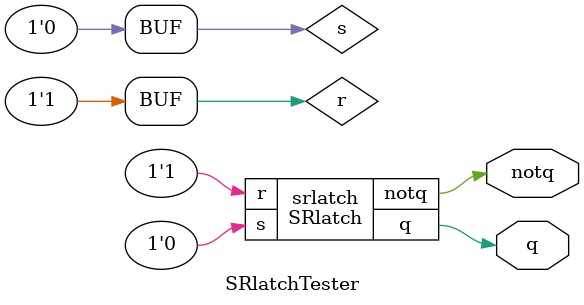
<source format=v>
module SRlatch(s,r,q,notq);
    input wire s, r;
    output wire q, notq;
    // SRlatch
    assign q     = ~(r | notq);
    assign notq  = ~(s | q);
    
endmodule

module SRlatchTester(q,notq);
output q, notq;
wire r, s;

SRlatch srlatch(.r(r), .s(s), .q(q), .notq(notq));

assign r = 1'b1; // reset
assign s = 1'b0; // set

endmodule

</source>
